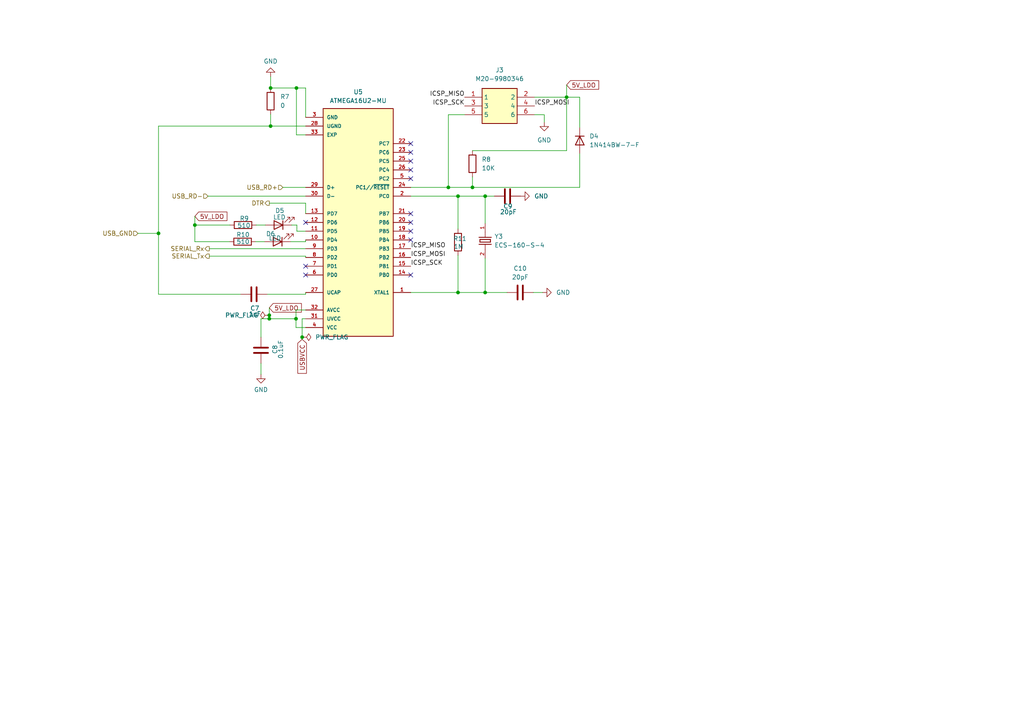
<source format=kicad_sch>
(kicad_sch (version 20230121) (generator eeschema)

  (uuid da3f5d7c-7d6c-4c4b-822a-9fe3eb67ab4b)

  (paper "A4")

  (lib_symbols
    (symbol "ATMEGA16U2-MU:ATMEGA16U2-MU" (pin_names (offset 1.016)) (in_bom yes) (on_board yes)
      (property "Reference" "U" (at -10.1697 34.0687 0)
        (effects (font (size 1.27 1.27)) (justify left bottom))
      )
      (property "Value" "ATMEGA16U2-MU" (at -10.1695 -36.6102 0)
        (effects (font (size 1.27 1.27)) (justify left bottom))
      )
      (property "Footprint" "ATMEGA16U2-MU:QFN50P500X500X100-33N" (at 0 0 0)
        (effects (font (size 1.27 1.27)) (justify bottom) hide)
      )
      (property "Datasheet" "" (at 0 0 0)
        (effects (font (size 1.27 1.27)) hide)
      )
      (property "DigiKey_Part_Number" "ATMEGA16U2-MU-ND" (at 0 0 0)
        (effects (font (size 1.27 1.27)) (justify bottom) hide)
      )
      (property "MF" "Microchip" (at 0 0 0)
        (effects (font (size 1.27 1.27)) (justify bottom) hide)
      )
      (property "Purchase-URL" "https://www.snapeda.com/api/url_track_click_mouser/?unipart_id=46716&manufacturer=Microchip&part_name=ATMEGA16U2-MU&search_term=atmega16u2-mu" (at 0 0 0)
        (effects (font (size 1.27 1.27)) (justify bottom) hide)
      )
      (property "Package" "VQFN-32 Atmel" (at 0 0 0)
        (effects (font (size 1.27 1.27)) (justify bottom) hide)
      )
      (property "Check_prices" "https://www.snapeda.com/parts/ATMEGA16U2-MU/Microchip/view-part/?ref=eda" (at 0 0 0)
        (effects (font (size 1.27 1.27)) (justify bottom) hide)
      )
      (property "SnapEDA_Link" "https://www.snapeda.com/parts/ATMEGA16U2-MU/Microchip/view-part/?ref=snap" (at 0 0 0)
        (effects (font (size 1.27 1.27)) (justify bottom) hide)
      )
      (property "MP" "ATMEGA16U2-MU" (at 0 0 0)
        (effects (font (size 1.27 1.27)) (justify bottom) hide)
      )
      (property "Description" "\nAVR AVR® ATmega Microcontroller IC 8-Bit 16MHz 16KB (8K x 16) FLASH 32-VQFN (5x5)\n" (at 0 0 0)
        (effects (font (size 1.27 1.27)) (justify bottom) hide)
      )
      (property "MANUFACTURER" "Atmel" (at 0 0 0)
        (effects (font (size 1.27 1.27)) (justify bottom) hide)
      )
      (symbol "ATMEGA16U2-MU_0_0"
        (rectangle (start -10.16 -33.02) (end 10.16 33.02)
          (stroke (width 0.254) (type default))
          (fill (type background))
        )
        (pin input line (at -15.24 20.32 0) (length 5.08)
          (name "XTAL1" (effects (font (size 1.016 1.016))))
          (number "1" (effects (font (size 1.016 1.016))))
        )
        (pin bidirectional line (at 15.24 5.08 180) (length 5.08)
          (name "PD4" (effects (font (size 1.016 1.016))))
          (number "10" (effects (font (size 1.016 1.016))))
        )
        (pin bidirectional line (at 15.24 2.54 180) (length 5.08)
          (name "PD5" (effects (font (size 1.016 1.016))))
          (number "11" (effects (font (size 1.016 1.016))))
        )
        (pin bidirectional line (at 15.24 0 180) (length 5.08)
          (name "PD6" (effects (font (size 1.016 1.016))))
          (number "12" (effects (font (size 1.016 1.016))))
        )
        (pin bidirectional line (at 15.24 -2.54 180) (length 5.08)
          (name "PD7" (effects (font (size 1.016 1.016))))
          (number "13" (effects (font (size 1.016 1.016))))
        )
        (pin bidirectional line (at -15.24 15.24 0) (length 5.08)
          (name "PB0" (effects (font (size 1.016 1.016))))
          (number "14" (effects (font (size 1.016 1.016))))
        )
        (pin bidirectional line (at -15.24 12.7 0) (length 5.08)
          (name "PB1" (effects (font (size 1.016 1.016))))
          (number "15" (effects (font (size 1.016 1.016))))
        )
        (pin bidirectional line (at -15.24 10.16 0) (length 5.08)
          (name "PB2" (effects (font (size 1.016 1.016))))
          (number "16" (effects (font (size 1.016 1.016))))
        )
        (pin bidirectional line (at -15.24 7.62 0) (length 5.08)
          (name "PB3" (effects (font (size 1.016 1.016))))
          (number "17" (effects (font (size 1.016 1.016))))
        )
        (pin bidirectional line (at -15.24 5.08 0) (length 5.08)
          (name "PB4" (effects (font (size 1.016 1.016))))
          (number "18" (effects (font (size 1.016 1.016))))
        )
        (pin bidirectional line (at -15.24 2.54 0) (length 5.08)
          (name "PB5" (effects (font (size 1.016 1.016))))
          (number "19" (effects (font (size 1.016 1.016))))
        )
        (pin bidirectional line (at -15.24 -7.62 0) (length 5.08)
          (name "PC0" (effects (font (size 1.016 1.016))))
          (number "2" (effects (font (size 1.016 1.016))))
        )
        (pin bidirectional line (at -15.24 0 0) (length 5.08)
          (name "PB6" (effects (font (size 1.016 1.016))))
          (number "20" (effects (font (size 1.016 1.016))))
        )
        (pin bidirectional line (at -15.24 -2.54 0) (length 5.08)
          (name "PB7" (effects (font (size 1.016 1.016))))
          (number "21" (effects (font (size 1.016 1.016))))
        )
        (pin bidirectional line (at -15.24 -22.86 0) (length 5.08)
          (name "PC7" (effects (font (size 1.016 1.016))))
          (number "22" (effects (font (size 1.016 1.016))))
        )
        (pin bidirectional line (at -15.24 -20.32 0) (length 5.08)
          (name "PC6" (effects (font (size 1.016 1.016))))
          (number "23" (effects (font (size 1.016 1.016))))
        )
        (pin bidirectional line (at -15.24 -10.16 0) (length 5.08)
          (name "PC1//~{RESET}" (effects (font (size 1.016 1.016))))
          (number "24" (effects (font (size 1.016 1.016))))
        )
        (pin bidirectional line (at -15.24 -17.78 0) (length 5.08)
          (name "PC5" (effects (font (size 1.016 1.016))))
          (number "25" (effects (font (size 1.016 1.016))))
        )
        (pin bidirectional line (at -15.24 -15.24 0) (length 5.08)
          (name "PC4" (effects (font (size 1.016 1.016))))
          (number "26" (effects (font (size 1.016 1.016))))
        )
        (pin output line (at 15.24 20.32 180) (length 5.08)
          (name "UCAP" (effects (font (size 1.016 1.016))))
          (number "27" (effects (font (size 1.016 1.016))))
        )
        (pin power_in line (at 15.24 -27.94 180) (length 5.08)
          (name "UGND" (effects (font (size 1.016 1.016))))
          (number "28" (effects (font (size 1.016 1.016))))
        )
        (pin bidirectional line (at 15.24 -10.16 180) (length 5.08)
          (name "D+" (effects (font (size 1.016 1.016))))
          (number "29" (effects (font (size 1.016 1.016))))
        )
        (pin power_in line (at 15.24 -30.48 180) (length 5.08)
          (name "GND" (effects (font (size 1.016 1.016))))
          (number "3" (effects (font (size 1.016 1.016))))
        )
        (pin bidirectional line (at 15.24 -7.62 180) (length 5.08)
          (name "D-" (effects (font (size 1.016 1.016))))
          (number "30" (effects (font (size 1.016 1.016))))
        )
        (pin power_in line (at 15.24 27.94 180) (length 5.08)
          (name "UVCC" (effects (font (size 1.016 1.016))))
          (number "31" (effects (font (size 1.016 1.016))))
        )
        (pin power_in line (at 15.24 25.4 180) (length 5.08)
          (name "AVCC" (effects (font (size 1.016 1.016))))
          (number "32" (effects (font (size 1.016 1.016))))
        )
        (pin power_in line (at 15.24 -25.4 180) (length 5.08)
          (name "EXP" (effects (font (size 1.016 1.016))))
          (number "33" (effects (font (size 1.016 1.016))))
        )
        (pin power_in line (at 15.24 30.48 180) (length 5.08)
          (name "VCC" (effects (font (size 1.016 1.016))))
          (number "4" (effects (font (size 1.016 1.016))))
        )
        (pin bidirectional line (at -15.24 -12.7 0) (length 5.08)
          (name "PC2" (effects (font (size 1.016 1.016))))
          (number "5" (effects (font (size 1.016 1.016))))
        )
        (pin bidirectional line (at 15.24 15.24 180) (length 5.08)
          (name "PD0" (effects (font (size 1.016 1.016))))
          (number "6" (effects (font (size 1.016 1.016))))
        )
        (pin bidirectional line (at 15.24 12.7 180) (length 5.08)
          (name "PD1" (effects (font (size 1.016 1.016))))
          (number "7" (effects (font (size 1.016 1.016))))
        )
        (pin bidirectional line (at 15.24 10.16 180) (length 5.08)
          (name "PD2" (effects (font (size 1.016 1.016))))
          (number "8" (effects (font (size 1.016 1.016))))
        )
        (pin bidirectional line (at 15.24 7.62 180) (length 5.08)
          (name "PD3" (effects (font (size 1.016 1.016))))
          (number "9" (effects (font (size 1.016 1.016))))
        )
      )
    )
    (symbol "Crystal ECS-160-S-4:ECS-160-S-4" (pin_names (offset 1.016)) (in_bom yes) (on_board yes)
      (property "Reference" "Y" (at -4.5769 2.2885 0)
        (effects (font (size 1.27 1.27)) (justify left bottom))
      )
      (property "Value" "ECS-160-S-4" (at -4.323 -4.5773 0)
        (effects (font (size 1.27 1.27)) (justify left bottom))
      )
      (property "Footprint" "ECS-160-S-4:XTAL_ECS-160-20-4X" (at 0 0 0)
        (effects (font (size 1.27 1.27)) (justify bottom) hide)
      )
      (property "Datasheet" "" (at 0 0 0)
        (effects (font (size 1.27 1.27)) hide)
      )
      (property "MANUFACTURER" "ECS Inc." (at 0 0 0)
        (effects (font (size 1.27 1.27)) (justify bottom) hide)
      )
      (symbol "ECS-160-S-4_0_0"
        (polyline
          (pts
            (xy -2.54 0)
            (xy -1.016 0)
          )
          (stroke (width 0.1524) (type default))
          (fill (type none))
        )
        (polyline
          (pts
            (xy -1.016 1.778)
            (xy -1.016 -1.778)
          )
          (stroke (width 0.254) (type default))
          (fill (type none))
        )
        (polyline
          (pts
            (xy -0.381 -1.524)
            (xy 0.381 -1.524)
          )
          (stroke (width 0.254) (type default))
          (fill (type none))
        )
        (polyline
          (pts
            (xy -0.381 1.524)
            (xy -0.381 -1.524)
          )
          (stroke (width 0.254) (type default))
          (fill (type none))
        )
        (polyline
          (pts
            (xy 0.381 -1.524)
            (xy 0.381 1.524)
          )
          (stroke (width 0.254) (type default))
          (fill (type none))
        )
        (polyline
          (pts
            (xy 0.381 1.524)
            (xy -0.381 1.524)
          )
          (stroke (width 0.254) (type default))
          (fill (type none))
        )
        (polyline
          (pts
            (xy 1.016 0)
            (xy 2.54 0)
          )
          (stroke (width 0.1524) (type default))
          (fill (type none))
        )
        (polyline
          (pts
            (xy 1.016 1.778)
            (xy 1.016 -1.778)
          )
          (stroke (width 0.254) (type default))
          (fill (type none))
        )
        (pin passive line (at -5.08 0 0) (length 2.54)
          (name "~" (effects (font (size 1.016 1.016))))
          (number "1" (effects (font (size 1.016 1.016))))
        )
        (pin passive line (at 5.08 0 180) (length 2.54)
          (name "~" (effects (font (size 1.016 1.016))))
          (number "2" (effects (font (size 1.016 1.016))))
        )
      )
    )
    (symbol "Device:C" (pin_numbers hide) (pin_names (offset 0.254)) (in_bom yes) (on_board yes)
      (property "Reference" "C" (at 0.635 2.54 0)
        (effects (font (size 1.27 1.27)) (justify left))
      )
      (property "Value" "C" (at 0.635 -2.54 0)
        (effects (font (size 1.27 1.27)) (justify left))
      )
      (property "Footprint" "" (at 0.9652 -3.81 0)
        (effects (font (size 1.27 1.27)) hide)
      )
      (property "Datasheet" "~" (at 0 0 0)
        (effects (font (size 1.27 1.27)) hide)
      )
      (property "ki_keywords" "cap capacitor" (at 0 0 0)
        (effects (font (size 1.27 1.27)) hide)
      )
      (property "ki_description" "Unpolarized capacitor" (at 0 0 0)
        (effects (font (size 1.27 1.27)) hide)
      )
      (property "ki_fp_filters" "C_*" (at 0 0 0)
        (effects (font (size 1.27 1.27)) hide)
      )
      (symbol "C_0_1"
        (polyline
          (pts
            (xy -2.032 -0.762)
            (xy 2.032 -0.762)
          )
          (stroke (width 0.508) (type default))
          (fill (type none))
        )
        (polyline
          (pts
            (xy -2.032 0.762)
            (xy 2.032 0.762)
          )
          (stroke (width 0.508) (type default))
          (fill (type none))
        )
      )
      (symbol "C_1_1"
        (pin passive line (at 0 3.81 270) (length 2.794)
          (name "~" (effects (font (size 1.27 1.27))))
          (number "1" (effects (font (size 1.27 1.27))))
        )
        (pin passive line (at 0 -3.81 90) (length 2.794)
          (name "~" (effects (font (size 1.27 1.27))))
          (number "2" (effects (font (size 1.27 1.27))))
        )
      )
    )
    (symbol "Device:D" (pin_numbers hide) (pin_names (offset 1.016) hide) (in_bom yes) (on_board yes)
      (property "Reference" "D" (at 0 2.54 0)
        (effects (font (size 1.27 1.27)))
      )
      (property "Value" "D" (at 0 -2.54 0)
        (effects (font (size 1.27 1.27)))
      )
      (property "Footprint" "" (at 0 0 0)
        (effects (font (size 1.27 1.27)) hide)
      )
      (property "Datasheet" "~" (at 0 0 0)
        (effects (font (size 1.27 1.27)) hide)
      )
      (property "Sim.Device" "D" (at 0 0 0)
        (effects (font (size 1.27 1.27)) hide)
      )
      (property "Sim.Pins" "1=K 2=A" (at 0 0 0)
        (effects (font (size 1.27 1.27)) hide)
      )
      (property "ki_keywords" "diode" (at 0 0 0)
        (effects (font (size 1.27 1.27)) hide)
      )
      (property "ki_description" "Diode" (at 0 0 0)
        (effects (font (size 1.27 1.27)) hide)
      )
      (property "ki_fp_filters" "TO-???* *_Diode_* *SingleDiode* D_*" (at 0 0 0)
        (effects (font (size 1.27 1.27)) hide)
      )
      (symbol "D_0_1"
        (polyline
          (pts
            (xy -1.27 1.27)
            (xy -1.27 -1.27)
          )
          (stroke (width 0.254) (type default))
          (fill (type none))
        )
        (polyline
          (pts
            (xy 1.27 0)
            (xy -1.27 0)
          )
          (stroke (width 0) (type default))
          (fill (type none))
        )
        (polyline
          (pts
            (xy 1.27 1.27)
            (xy 1.27 -1.27)
            (xy -1.27 0)
            (xy 1.27 1.27)
          )
          (stroke (width 0.254) (type default))
          (fill (type none))
        )
      )
      (symbol "D_1_1"
        (pin passive line (at -3.81 0 0) (length 2.54)
          (name "K" (effects (font (size 1.27 1.27))))
          (number "1" (effects (font (size 1.27 1.27))))
        )
        (pin passive line (at 3.81 0 180) (length 2.54)
          (name "A" (effects (font (size 1.27 1.27))))
          (number "2" (effects (font (size 1.27 1.27))))
        )
      )
    )
    (symbol "Device:LED" (pin_numbers hide) (pin_names (offset 1.016) hide) (in_bom yes) (on_board yes)
      (property "Reference" "D" (at 0 2.54 0)
        (effects (font (size 1.27 1.27)))
      )
      (property "Value" "LED" (at 0 -2.54 0)
        (effects (font (size 1.27 1.27)))
      )
      (property "Footprint" "" (at 0 0 0)
        (effects (font (size 1.27 1.27)) hide)
      )
      (property "Datasheet" "~" (at 0 0 0)
        (effects (font (size 1.27 1.27)) hide)
      )
      (property "ki_keywords" "LED diode" (at 0 0 0)
        (effects (font (size 1.27 1.27)) hide)
      )
      (property "ki_description" "Light emitting diode" (at 0 0 0)
        (effects (font (size 1.27 1.27)) hide)
      )
      (property "ki_fp_filters" "LED* LED_SMD:* LED_THT:*" (at 0 0 0)
        (effects (font (size 1.27 1.27)) hide)
      )
      (symbol "LED_0_1"
        (polyline
          (pts
            (xy -1.27 -1.27)
            (xy -1.27 1.27)
          )
          (stroke (width 0.254) (type default))
          (fill (type none))
        )
        (polyline
          (pts
            (xy -1.27 0)
            (xy 1.27 0)
          )
          (stroke (width 0) (type default))
          (fill (type none))
        )
        (polyline
          (pts
            (xy 1.27 -1.27)
            (xy 1.27 1.27)
            (xy -1.27 0)
            (xy 1.27 -1.27)
          )
          (stroke (width 0.254) (type default))
          (fill (type none))
        )
        (polyline
          (pts
            (xy -3.048 -0.762)
            (xy -4.572 -2.286)
            (xy -3.81 -2.286)
            (xy -4.572 -2.286)
            (xy -4.572 -1.524)
          )
          (stroke (width 0) (type default))
          (fill (type none))
        )
        (polyline
          (pts
            (xy -1.778 -0.762)
            (xy -3.302 -2.286)
            (xy -2.54 -2.286)
            (xy -3.302 -2.286)
            (xy -3.302 -1.524)
          )
          (stroke (width 0) (type default))
          (fill (type none))
        )
      )
      (symbol "LED_1_1"
        (pin passive line (at -3.81 0 0) (length 2.54)
          (name "K" (effects (font (size 1.27 1.27))))
          (number "1" (effects (font (size 1.27 1.27))))
        )
        (pin passive line (at 3.81 0 180) (length 2.54)
          (name "A" (effects (font (size 1.27 1.27))))
          (number "2" (effects (font (size 1.27 1.27))))
        )
      )
    )
    (symbol "Device:R" (pin_numbers hide) (pin_names (offset 0)) (in_bom yes) (on_board yes)
      (property "Reference" "R" (at 2.032 0 90)
        (effects (font (size 1.27 1.27)))
      )
      (property "Value" "R" (at 0 0 90)
        (effects (font (size 1.27 1.27)))
      )
      (property "Footprint" "" (at -1.778 0 90)
        (effects (font (size 1.27 1.27)) hide)
      )
      (property "Datasheet" "~" (at 0 0 0)
        (effects (font (size 1.27 1.27)) hide)
      )
      (property "ki_keywords" "R res resistor" (at 0 0 0)
        (effects (font (size 1.27 1.27)) hide)
      )
      (property "ki_description" "Resistor" (at 0 0 0)
        (effects (font (size 1.27 1.27)) hide)
      )
      (property "ki_fp_filters" "R_*" (at 0 0 0)
        (effects (font (size 1.27 1.27)) hide)
      )
      (symbol "R_0_1"
        (rectangle (start -1.016 -2.54) (end 1.016 2.54)
          (stroke (width 0.254) (type default))
          (fill (type none))
        )
      )
      (symbol "R_1_1"
        (pin passive line (at 0 3.81 270) (length 1.27)
          (name "~" (effects (font (size 1.27 1.27))))
          (number "1" (effects (font (size 1.27 1.27))))
        )
        (pin passive line (at 0 -3.81 90) (length 1.27)
          (name "~" (effects (font (size 1.27 1.27))))
          (number "2" (effects (font (size 1.27 1.27))))
        )
      )
    )
    (symbol "M20-9980346:M20-9980346" (in_bom yes) (on_board yes)
      (property "Reference" "J" (at 16.51 7.62 0)
        (effects (font (size 1.27 1.27)) (justify left top))
      )
      (property "Value" "M20-9980346" (at 16.51 5.08 0)
        (effects (font (size 1.27 1.27)) (justify left top))
      )
      (property "Footprint" "HDRV6W64P254_2X3_762X508X868P" (at 16.51 -94.92 0)
        (effects (font (size 1.27 1.27)) (justify left top) hide)
      )
      (property "Datasheet" "https://cdn.harwin.com/pdfs/M20-998.pdf" (at 16.51 -194.92 0)
        (effects (font (size 1.27 1.27)) (justify left top) hide)
      )
      (property "Height" "8.68" (at 16.51 -394.92 0)
        (effects (font (size 1.27 1.27)) (justify left top) hide)
      )
      (property "element14 Part Number" "" (at 16.51 -494.92 0)
        (effects (font (size 1.27 1.27)) (justify left top) hide)
      )
      (property "element14 Price/Stock" "" (at 16.51 -594.92 0)
        (effects (font (size 1.27 1.27)) (justify left top) hide)
      )
      (property "Manufacturer_Name" "Harwin" (at 16.51 -694.92 0)
        (effects (font (size 1.27 1.27)) (justify left top) hide)
      )
      (property "Manufacturer_Part_Number" "M20-9980346" (at 16.51 -794.92 0)
        (effects (font (size 1.27 1.27)) (justify left top) hide)
      )
      (property "ki_description" "03+03 DIL Vertical Pin Header HARWIN M20 Series, 2.54mm Pitch 6 Way 2 Row Straight PCB Header, Solder Termination, 3A" (at 0 0 0)
        (effects (font (size 1.27 1.27)) hide)
      )
      (symbol "M20-9980346_1_1"
        (rectangle (start 5.08 2.54) (end 15.24 -7.62)
          (stroke (width 0.254) (type default))
          (fill (type background))
        )
        (pin passive line (at 0 0 0) (length 5.08)
          (name "1" (effects (font (size 1.27 1.27))))
          (number "1" (effects (font (size 1.27 1.27))))
        )
        (pin passive line (at 20.32 0 180) (length 5.08)
          (name "2" (effects (font (size 1.27 1.27))))
          (number "2" (effects (font (size 1.27 1.27))))
        )
        (pin passive line (at 0 -2.54 0) (length 5.08)
          (name "3" (effects (font (size 1.27 1.27))))
          (number "3" (effects (font (size 1.27 1.27))))
        )
        (pin passive line (at 20.32 -2.54 180) (length 5.08)
          (name "4" (effects (font (size 1.27 1.27))))
          (number "4" (effects (font (size 1.27 1.27))))
        )
        (pin passive line (at 0 -5.08 0) (length 5.08)
          (name "5" (effects (font (size 1.27 1.27))))
          (number "5" (effects (font (size 1.27 1.27))))
        )
        (pin passive line (at 20.32 -5.08 180) (length 5.08)
          (name "6" (effects (font (size 1.27 1.27))))
          (number "6" (effects (font (size 1.27 1.27))))
        )
      )
    )
    (symbol "power:GND" (power) (pin_names (offset 0)) (in_bom yes) (on_board yes)
      (property "Reference" "#PWR" (at 0 -6.35 0)
        (effects (font (size 1.27 1.27)) hide)
      )
      (property "Value" "GND" (at 0 -3.81 0)
        (effects (font (size 1.27 1.27)))
      )
      (property "Footprint" "" (at 0 0 0)
        (effects (font (size 1.27 1.27)) hide)
      )
      (property "Datasheet" "" (at 0 0 0)
        (effects (font (size 1.27 1.27)) hide)
      )
      (property "ki_keywords" "global power" (at 0 0 0)
        (effects (font (size 1.27 1.27)) hide)
      )
      (property "ki_description" "Power symbol creates a global label with name \"GND\" , ground" (at 0 0 0)
        (effects (font (size 1.27 1.27)) hide)
      )
      (symbol "GND_0_1"
        (polyline
          (pts
            (xy 0 0)
            (xy 0 -1.27)
            (xy 1.27 -1.27)
            (xy 0 -2.54)
            (xy -1.27 -1.27)
            (xy 0 -1.27)
          )
          (stroke (width 0) (type default))
          (fill (type none))
        )
      )
      (symbol "GND_1_1"
        (pin power_in line (at 0 0 270) (length 0) hide
          (name "GND" (effects (font (size 1.27 1.27))))
          (number "1" (effects (font (size 1.27 1.27))))
        )
      )
    )
    (symbol "power:PWR_FLAG" (power) (pin_numbers hide) (pin_names (offset 0) hide) (in_bom yes) (on_board yes)
      (property "Reference" "#FLG" (at 0 1.905 0)
        (effects (font (size 1.27 1.27)) hide)
      )
      (property "Value" "PWR_FLAG" (at 0 3.81 0)
        (effects (font (size 1.27 1.27)))
      )
      (property "Footprint" "" (at 0 0 0)
        (effects (font (size 1.27 1.27)) hide)
      )
      (property "Datasheet" "~" (at 0 0 0)
        (effects (font (size 1.27 1.27)) hide)
      )
      (property "ki_keywords" "flag power" (at 0 0 0)
        (effects (font (size 1.27 1.27)) hide)
      )
      (property "ki_description" "Special symbol for telling ERC where power comes from" (at 0 0 0)
        (effects (font (size 1.27 1.27)) hide)
      )
      (symbol "PWR_FLAG_0_0"
        (pin power_out line (at 0 0 90) (length 0)
          (name "pwr" (effects (font (size 1.27 1.27))))
          (number "1" (effects (font (size 1.27 1.27))))
        )
      )
      (symbol "PWR_FLAG_0_1"
        (polyline
          (pts
            (xy 0 0)
            (xy 0 1.27)
            (xy -1.016 1.905)
            (xy 0 2.54)
            (xy 1.016 1.905)
            (xy 0 1.27)
          )
          (stroke (width 0) (type default))
          (fill (type none))
        )
      )
    )
  )

  (junction (at 132.842 56.896) (diameter 0) (color 0 0 0 0)
    (uuid 04c717dd-4297-4310-96ec-75708d792219)
  )
  (junction (at 85.979 25.527) (diameter 0) (color 0 0 0 0)
    (uuid 23687dba-4f6e-4164-b5c1-043a7b3a80e2)
  )
  (junction (at 132.842 84.836) (diameter 0) (color 0 0 0 0)
    (uuid 3b999fa4-f15b-4e49-bde0-cd23aa66152d)
  )
  (junction (at 137.033 54.356) (diameter 0) (color 0 0 0 0)
    (uuid 44415598-8b01-4e7f-b004-ef35ac679e68)
  )
  (junction (at 87.63 97.79) (diameter 0) (color 0 0 0 0)
    (uuid 5e10700d-7d31-4a28-9304-035cf77e747e)
  )
  (junction (at 78.105 91.44) (diameter 0) (color 0 0 0 0)
    (uuid 68b9f0bc-beeb-4f8c-858d-7846e5b523c7)
  )
  (junction (at 78.486 25.527) (diameter 0) (color 0 0 0 0)
    (uuid 6b95aa92-4bc1-453a-988a-90eea2d00105)
  )
  (junction (at 130.048 54.356) (diameter 0) (color 0 0 0 0)
    (uuid 78250537-2ff0-471c-9794-de93de7cb672)
  )
  (junction (at 85.852 92.456) (diameter 0) (color 0 0 0 0)
    (uuid 7dbda8fe-d59e-4709-9b80-9ccf2555c4dc)
  )
  (junction (at 164.338 28.194) (diameter 0) (color 0 0 0 0)
    (uuid 87ca0f0a-6d5f-4e3b-9f62-10b3ae4f1eba)
  )
  (junction (at 78.105 92.456) (diameter 0) (color 0 0 0 0)
    (uuid 9b99c791-13f9-4ce4-a608-18eaf1577d87)
  )
  (junction (at 56.515 65.278) (diameter 0) (color 0 0 0 0)
    (uuid bb06e350-9ca6-4b89-9a77-e4a013a4ce1d)
  )
  (junction (at 45.974 67.691) (diameter 0) (color 0 0 0 0)
    (uuid ccb50b86-a92e-4af0-b9aa-0226ee3d2a0a)
  )
  (junction (at 140.716 84.836) (diameter 0) (color 0 0 0 0)
    (uuid d84e8468-d559-44db-923b-aa56e7f1e57c)
  )
  (junction (at 140.716 56.896) (diameter 0) (color 0 0 0 0)
    (uuid fa699ccd-d53a-4cae-bb55-30925ca0eabd)
  )
  (junction (at 78.486 36.576) (diameter 0) (color 0 0 0 0)
    (uuid ffebd3bc-5288-4bf5-9a5d-5a67c12b5328)
  )

  (no_connect (at 119.126 69.596) (uuid 26af9d72-b708-4b5b-937e-ffbd8edb4508))
  (no_connect (at 119.126 41.656) (uuid 2c79c623-c6a4-4230-b9fd-786adfb64a25))
  (no_connect (at 119.126 44.196) (uuid 50d05b51-f50e-4e36-94b8-e7772c9b8d7b))
  (no_connect (at 119.126 64.516) (uuid 558d7f46-74a5-42a6-80d9-9eb40724f76f))
  (no_connect (at 119.126 61.976) (uuid 5f8d235c-053c-4ba4-97fb-a40512c329d5))
  (no_connect (at 88.646 79.756) (uuid 6336a0c0-77c5-47a2-a216-605301838e4a))
  (no_connect (at 119.126 51.816) (uuid 698e96dd-03c5-43e8-b797-f29cae856c1c))
  (no_connect (at 119.126 49.276) (uuid 863007ac-82e7-4d2f-a419-bb59b440d5f0))
  (no_connect (at 119.126 79.756) (uuid aa820511-da9b-466d-a9a4-a0fa2b8b8152))
  (no_connect (at 119.126 67.056) (uuid b61611b1-0548-4812-b7e8-b34bd0444a7f))
  (no_connect (at 88.646 64.516) (uuid c8a15840-12d8-4227-b84c-4b6818cf8910))
  (no_connect (at 119.126 46.736) (uuid ce207564-0136-4ab3-a4db-b7ac76b8364e))
  (no_connect (at 88.646 77.216) (uuid f2a6c8e3-a26a-4de8-8c87-23d1a075facf))

  (wire (pts (xy 82.042 54.356) (xy 88.646 54.356))
    (stroke (width 0) (type default))
    (uuid 01f1d246-89b5-4d62-8840-b42c2955112e)
  )
  (wire (pts (xy 84.582 65.278) (xy 86.106 65.278))
    (stroke (width 0) (type default))
    (uuid 02f58b41-6322-4da5-98b0-b0a27ff71531)
  )
  (wire (pts (xy 78.486 33.147) (xy 78.486 36.576))
    (stroke (width 0) (type default))
    (uuid 0479bddd-a594-4acb-910b-c0d28fc0badb)
  )
  (wire (pts (xy 164.338 43.688) (xy 137.033 43.688))
    (stroke (width 0) (type default))
    (uuid 04a105ab-674b-475b-918f-4f19cc4a86e0)
  )
  (wire (pts (xy 78.486 25.527) (xy 85.979 25.527))
    (stroke (width 0) (type default))
    (uuid 05bf5d67-cf49-4d56-9097-265b1def42f1)
  )
  (wire (pts (xy 140.716 56.896) (xy 143.383 56.896))
    (stroke (width 0) (type default))
    (uuid 09330b8d-0501-4370-9f90-a1e942a6e3d4)
  )
  (wire (pts (xy 56.515 65.278) (xy 66.675 65.278))
    (stroke (width 0) (type default))
    (uuid 116c837d-711f-46b6-af76-320dc75d7a4c)
  )
  (wire (pts (xy 132.842 56.896) (xy 132.842 66.421))
    (stroke (width 0) (type default))
    (uuid 154c370a-a7c4-4ccc-8f00-edc04608e193)
  )
  (wire (pts (xy 45.974 67.691) (xy 45.974 85.344))
    (stroke (width 0) (type default))
    (uuid 1bc6045e-2414-473b-853d-9e1f888085a6)
  )
  (wire (pts (xy 56.515 62.738) (xy 56.515 65.278))
    (stroke (width 0) (type default))
    (uuid 1f7af3b8-6adb-4aef-8e04-2e6df466adab)
  )
  (wire (pts (xy 88.646 58.928) (xy 88.646 61.976))
    (stroke (width 0) (type default))
    (uuid 246b41ec-afdf-4d44-8885-2b11878aa859)
  )
  (wire (pts (xy 134.747 33.274) (xy 130.048 33.274))
    (stroke (width 0) (type default))
    (uuid 2745d610-f4f3-4d27-8939-b17528ac5f0a)
  )
  (wire (pts (xy 155.067 28.194) (xy 164.338 28.194))
    (stroke (width 0) (type default))
    (uuid 2fe5b693-6100-4df6-ae7b-a4b30d3a2d25)
  )
  (wire (pts (xy 140.716 56.896) (xy 140.716 64.77))
    (stroke (width 0) (type default))
    (uuid 3040ab40-851b-48cc-959a-be29bb69b020)
  )
  (wire (pts (xy 168.148 28.194) (xy 168.148 36.957))
    (stroke (width 0) (type default))
    (uuid 322cb3b3-c20b-48bd-af2b-99e99f4a19d3)
  )
  (wire (pts (xy 56.515 70.104) (xy 66.548 70.104))
    (stroke (width 0) (type default))
    (uuid 3a08d742-23af-45d3-8f0a-1cf94bfe0a46)
  )
  (wire (pts (xy 140.716 74.93) (xy 140.716 84.836))
    (stroke (width 0) (type default))
    (uuid 3b6d2889-be67-47b2-bd32-a0f9bc1c0f7f)
  )
  (wire (pts (xy 85.979 25.527) (xy 88.646 25.527))
    (stroke (width 0) (type default))
    (uuid 3f482f96-0084-4294-925c-0bfc71e7674f)
  )
  (wire (pts (xy 137.033 51.308) (xy 137.033 54.356))
    (stroke (width 0) (type default))
    (uuid 4049d422-c0fd-4d4d-bd21-e7ab98449400)
  )
  (wire (pts (xy 88.646 25.527) (xy 88.646 34.036))
    (stroke (width 0) (type default))
    (uuid 447b5f37-770c-4f45-a43b-bdcd40942aad)
  )
  (wire (pts (xy 87.63 97.79) (xy 87.63 98.425))
    (stroke (width 0) (type default))
    (uuid 469d41e3-bf0c-4249-bbfe-10ef5af140f6)
  )
  (wire (pts (xy 40.005 67.691) (xy 45.974 67.691))
    (stroke (width 0) (type default))
    (uuid 47f2418c-0785-4447-b636-27a363bdd530)
  )
  (wire (pts (xy 78.105 91.44) (xy 78.105 92.456))
    (stroke (width 0) (type default))
    (uuid 4931fa40-0d69-4d50-b8aa-2944dc137f7d)
  )
  (wire (pts (xy 78.486 36.576) (xy 88.646 36.576))
    (stroke (width 0) (type default))
    (uuid 4e6e698b-1c3e-4fd7-897f-38a89ed887b1)
  )
  (wire (pts (xy 78.105 58.928) (xy 88.646 58.928))
    (stroke (width 0) (type default))
    (uuid 4e6fd8fd-9948-43e0-9717-a083cc0004f2)
  )
  (wire (pts (xy 132.842 74.041) (xy 132.842 84.836))
    (stroke (width 0) (type default))
    (uuid 58df54c9-2cf1-4564-8903-0873f637b0db)
  )
  (wire (pts (xy 85.852 94.996) (xy 88.646 94.996))
    (stroke (width 0) (type default))
    (uuid 5af8a813-5a2e-4f2e-b703-73d10e7ad111)
  )
  (wire (pts (xy 164.338 24.638) (xy 164.338 28.194))
    (stroke (width 0) (type default))
    (uuid 5bf23429-9339-4798-8f29-b1336c3d015d)
  )
  (wire (pts (xy 164.338 28.194) (xy 168.148 28.194))
    (stroke (width 0) (type default))
    (uuid 62291245-8d94-4a53-b1e7-86496ce41b2f)
  )
  (wire (pts (xy 88.646 72.136) (xy 60.706 72.136))
    (stroke (width 0) (type default))
    (uuid 66267d24-2369-45e2-92e8-60ae84717110)
  )
  (wire (pts (xy 78.486 22.225) (xy 78.486 25.527))
    (stroke (width 0) (type default))
    (uuid 66fc2fc5-3f20-4f22-960c-9f502bec39f0)
  )
  (wire (pts (xy 86.106 65.278) (xy 86.106 67.056))
    (stroke (width 0) (type default))
    (uuid 6925f678-99bc-4501-a538-319dbd0a6c72)
  )
  (wire (pts (xy 78.105 92.456) (xy 85.852 92.456))
    (stroke (width 0) (type default))
    (uuid 6aec238b-c4f2-4a04-adb0-6b448d071c26)
  )
  (wire (pts (xy 85.979 25.527) (xy 85.979 39.116))
    (stroke (width 0) (type default))
    (uuid 71144bb9-1eee-4f46-82b4-1e013fd82a61)
  )
  (wire (pts (xy 78.105 89.281) (xy 78.105 91.44))
    (stroke (width 0) (type default))
    (uuid 71d276f3-3537-4512-a2b8-c5c50c25ec15)
  )
  (wire (pts (xy 140.716 84.836) (xy 147.066 84.836))
    (stroke (width 0) (type default))
    (uuid 749dea86-f2db-435c-93c6-d5be07e77c51)
  )
  (wire (pts (xy 130.048 33.274) (xy 130.048 54.356))
    (stroke (width 0) (type default))
    (uuid 7650feb4-a81e-473f-acdf-2639630b74f5)
  )
  (wire (pts (xy 88.646 85.344) (xy 88.646 84.836))
    (stroke (width 0) (type default))
    (uuid 78df2b0b-f612-4aa2-8c3e-73abad086dfe)
  )
  (wire (pts (xy 119.126 84.836) (xy 132.842 84.836))
    (stroke (width 0) (type default))
    (uuid 7cee6879-b338-4fea-9562-1168bb8840a1)
  )
  (wire (pts (xy 168.148 54.356) (xy 137.033 54.356))
    (stroke (width 0) (type default))
    (uuid 7e016dcb-6ddd-42d8-b1e8-6352860476db)
  )
  (wire (pts (xy 84.328 70.104) (xy 88.646 70.104))
    (stroke (width 0) (type default))
    (uuid 7f91c50e-0f76-4538-90ff-14d49a6c4348)
  )
  (wire (pts (xy 119.126 56.896) (xy 132.842 56.896))
    (stroke (width 0) (type default))
    (uuid 827ad397-8aad-4e6c-ac1c-682d31399d95)
  )
  (wire (pts (xy 88.646 74.295) (xy 88.646 74.676))
    (stroke (width 0) (type default))
    (uuid 8ce4c1f7-241c-48fa-9a00-4db85608da1e)
  )
  (wire (pts (xy 85.852 92.456) (xy 85.852 89.916))
    (stroke (width 0) (type default))
    (uuid 8d5fd7a9-2667-40d0-8ac2-c647d94dd24d)
  )
  (wire (pts (xy 86.106 67.056) (xy 88.646 67.056))
    (stroke (width 0) (type default))
    (uuid 8f4f1bdb-d2bf-4be7-a263-c07f7f616a1f)
  )
  (wire (pts (xy 132.842 84.836) (xy 140.716 84.836))
    (stroke (width 0) (type default))
    (uuid a220cce0-bc09-4530-bb53-37bf3c92a91b)
  )
  (wire (pts (xy 85.852 89.916) (xy 88.646 89.916))
    (stroke (width 0) (type default))
    (uuid ac68191d-327c-4201-8da5-cf8a41335389)
  )
  (wire (pts (xy 77.47 85.344) (xy 88.646 85.344))
    (stroke (width 0) (type default))
    (uuid acbc270f-b1d3-447f-ad3a-f84271cba382)
  )
  (wire (pts (xy 60.706 74.295) (xy 88.646 74.295))
    (stroke (width 0) (type default))
    (uuid b2979cdf-9fa9-451e-aaeb-81f6d3e1f96f)
  )
  (wire (pts (xy 45.974 85.344) (xy 69.85 85.344))
    (stroke (width 0) (type default))
    (uuid b496c1d6-e6b5-4de9-8a71-b31639362291)
  )
  (wire (pts (xy 74.295 65.278) (xy 76.962 65.278))
    (stroke (width 0) (type default))
    (uuid b6e44172-f857-4c34-8637-9d5e04a8fdb1)
  )
  (wire (pts (xy 137.033 54.356) (xy 130.048 54.356))
    (stroke (width 0) (type default))
    (uuid bdba6bb5-ddc5-48ff-8ba0-635a12941874)
  )
  (wire (pts (xy 87.63 92.456) (xy 87.63 97.79))
    (stroke (width 0) (type default))
    (uuid bea271f2-422d-4f8e-b613-2686c9139104)
  )
  (wire (pts (xy 168.148 44.577) (xy 168.148 54.356))
    (stroke (width 0) (type default))
    (uuid c9a1246d-e61f-44ee-9dd6-fc0538393304)
  )
  (wire (pts (xy 132.842 56.896) (xy 140.716 56.896))
    (stroke (width 0) (type default))
    (uuid ca0965a3-2349-4911-94df-02753f8d4383)
  )
  (wire (pts (xy 130.048 54.356) (xy 119.126 54.356))
    (stroke (width 0) (type default))
    (uuid ca49d5a9-46f2-41b3-8d67-75e8df842e95)
  )
  (wire (pts (xy 85.852 92.456) (xy 85.852 94.996))
    (stroke (width 0) (type default))
    (uuid cf841279-5a04-49a9-872d-9223bc378c7a)
  )
  (wire (pts (xy 45.974 36.576) (xy 45.974 67.691))
    (stroke (width 0) (type default))
    (uuid cfef9ef6-8679-48a7-98d2-aa51cacad51b)
  )
  (wire (pts (xy 164.338 28.194) (xy 164.338 43.688))
    (stroke (width 0) (type default))
    (uuid d67e714a-8660-4f55-82c3-1c91242646ad)
  )
  (wire (pts (xy 157.861 33.274) (xy 157.861 35.433))
    (stroke (width 0) (type default))
    (uuid d723bad4-5c38-4b8d-aae8-ce5cc4b43af8)
  )
  (wire (pts (xy 154.686 84.836) (xy 157.353 84.836))
    (stroke (width 0) (type default))
    (uuid d889c6b2-ed7c-49ba-843b-9837a74ed8a2)
  )
  (wire (pts (xy 60.325 56.896) (xy 88.646 56.896))
    (stroke (width 0) (type default))
    (uuid d9514671-4cbe-49f4-9b3d-9948b5ce9e44)
  )
  (wire (pts (xy 75.692 92.456) (xy 78.105 92.456))
    (stroke (width 0) (type default))
    (uuid dac68a4b-6e59-4db8-8f42-8ab127aa42f0)
  )
  (wire (pts (xy 88.646 92.456) (xy 87.63 92.456))
    (stroke (width 0) (type default))
    (uuid deb44fd3-b0c9-49c7-bac2-73ddebc96b93)
  )
  (wire (pts (xy 75.692 97.79) (xy 75.692 92.456))
    (stroke (width 0) (type default))
    (uuid e364fcca-c260-43ab-ae22-69d714be294a)
  )
  (wire (pts (xy 56.515 65.278) (xy 56.515 70.104))
    (stroke (width 0) (type default))
    (uuid ea198451-0fdc-48e9-a902-082056f5a9d2)
  )
  (wire (pts (xy 74.168 70.104) (xy 76.708 70.104))
    (stroke (width 0) (type default))
    (uuid ea41bc96-fda1-40d2-b4cd-f92f040927ac)
  )
  (wire (pts (xy 88.646 39.116) (xy 85.979 39.116))
    (stroke (width 0) (type default))
    (uuid ec240a39-acac-47cf-9274-77a452cb5714)
  )
  (wire (pts (xy 75.692 105.41) (xy 75.692 108.585))
    (stroke (width 0) (type default))
    (uuid f17f9b8f-1c92-4919-9e91-3b902c251d45)
  )
  (wire (pts (xy 88.646 70.104) (xy 88.646 69.596))
    (stroke (width 0) (type default))
    (uuid f4cf9c00-f089-4f55-b03b-5d722377e69f)
  )
  (wire (pts (xy 45.974 36.576) (xy 78.486 36.576))
    (stroke (width 0) (type default))
    (uuid fbb19161-f44a-4183-aacc-343edfb873e2)
  )
  (wire (pts (xy 155.067 33.274) (xy 157.861 33.274))
    (stroke (width 0) (type default))
    (uuid fc76dcc8-232e-47fc-ac27-d7dd9f1c6d60)
  )

  (label "ICSP_MISO" (at 119.126 72.136 0) (fields_autoplaced)
    (effects (font (size 1.27 1.27)) (justify left bottom))
    (uuid 174940b1-5ee2-44aa-a329-1f08493bdfa4)
  )
  (label "ICSP_MISO" (at 134.747 28.194 180) (fields_autoplaced)
    (effects (font (size 1.27 1.27)) (justify right bottom))
    (uuid 40d61079-478e-4102-9333-f7733499c74f)
  )
  (label "ICSP_SCK" (at 134.747 30.734 180) (fields_autoplaced)
    (effects (font (size 1.27 1.27)) (justify right bottom))
    (uuid 523f99a5-3f48-4878-88a5-d2e4fef1b8e1)
  )
  (label "ICSP_MOSI" (at 155.067 30.734 0) (fields_autoplaced)
    (effects (font (size 1.27 1.27)) (justify left bottom))
    (uuid 8589ad51-275a-42c5-9d86-8e4e7916e28f)
  )
  (label "ICSP_SCK" (at 119.126 77.216 0) (fields_autoplaced)
    (effects (font (size 1.27 1.27)) (justify left bottom))
    (uuid a3ecd7f5-69de-49ea-92fa-dfb709f3f621)
  )
  (label "ICSP_MOSI" (at 119.126 74.676 0) (fields_autoplaced)
    (effects (font (size 1.27 1.27)) (justify left bottom))
    (uuid e24c3d69-69f1-4532-8d80-f3842b485e01)
  )

  (global_label "USBVCC" (shape input) (at 87.63 98.425 270) (fields_autoplaced)
    (effects (font (size 1.27 1.27)) (justify right))
    (uuid 7043586c-43c0-426b-baa3-292f5160b166)
    (property "Intersheetrefs" "${INTERSHEET_REFS}" (at 87.63 108.8488 90)
      (effects (font (size 1.27 1.27)) (justify right) hide)
    )
  )
  (global_label "5V_LDO" (shape input) (at 164.338 24.638 0) (fields_autoplaced)
    (effects (font (size 1.27 1.27)) (justify left))
    (uuid 77a77ca1-bbcd-4913-b396-b532c2c8045d)
    (property "Intersheetrefs" "${INTERSHEET_REFS}" (at 174.2175 24.638 0)
      (effects (font (size 1.27 1.27)) (justify left) hide)
    )
  )
  (global_label "5V_LDO" (shape input) (at 56.515 62.738 0) (fields_autoplaced)
    (effects (font (size 1.27 1.27)) (justify left))
    (uuid 92ed8f63-7262-49a5-83aa-e4f248c25805)
    (property "Intersheetrefs" "${INTERSHEET_REFS}" (at 66.3945 62.738 0)
      (effects (font (size 1.27 1.27)) (justify left) hide)
    )
  )
  (global_label "5V_LDO" (shape input) (at 78.105 89.281 0) (fields_autoplaced)
    (effects (font (size 1.27 1.27)) (justify left))
    (uuid f0e6eb03-833d-4edd-b5e1-08845dd65fd7)
    (property "Intersheetrefs" "${INTERSHEET_REFS}" (at 87.9845 89.281 0)
      (effects (font (size 1.27 1.27)) (justify left) hide)
    )
  )

  (hierarchical_label "USB_GND" (shape input) (at 40.005 67.691 180) (fields_autoplaced)
    (effects (font (size 1.27 1.27)) (justify right))
    (uuid 06b4f050-b4d2-4ee0-a193-86386498966c)
  )
  (hierarchical_label "DTR" (shape output) (at 78.105 58.928 180) (fields_autoplaced)
    (effects (font (size 1.27 1.27)) (justify right))
    (uuid 29fb4d8e-36e3-4832-89d3-37586e68a608)
  )
  (hierarchical_label "USB_RD+" (shape input) (at 82.042 54.356 180) (fields_autoplaced)
    (effects (font (size 1.27 1.27)) (justify right))
    (uuid 510c55c7-9abb-437c-baa1-91ee7a90e848)
  )
  (hierarchical_label "USB_RD-" (shape input) (at 60.325 56.896 180) (fields_autoplaced)
    (effects (font (size 1.27 1.27)) (justify right))
    (uuid 813c0269-fd06-4f21-9c3b-2011ddf075bc)
  )
  (hierarchical_label "SERIAL_Tx" (shape output) (at 60.706 74.295 180) (fields_autoplaced)
    (effects (font (size 1.27 1.27)) (justify right))
    (uuid b0490a40-aabf-431a-b52e-ebd4e93a2088)
  )
  (hierarchical_label "SERIAL_Rx" (shape output) (at 60.706 72.136 180) (fields_autoplaced)
    (effects (font (size 1.27 1.27)) (justify right))
    (uuid b3bde160-f607-48e6-8a1c-8752cfdc254a)
  )

  (symbol (lib_id "Device:C") (at 73.66 85.344 90) (unit 1)
    (in_bom yes) (on_board yes) (dnp no)
    (uuid 02b63b62-b293-4199-ad75-b8a2e15bc464)
    (property "Reference" "C7" (at 73.914 89.408 90)
      (effects (font (size 1.27 1.27)))
    )
    (property "Value" "1uF" (at 73.914 91.059 90)
      (effects (font (size 1.27 1.27)))
    )
    (property "Footprint" "SparkFun-Capacitor:C_0805_2012Metric" (at 77.47 84.3788 0)
      (effects (font (size 1.27 1.27)) hide)
    )
    (property "Datasheet" "~" (at 73.66 85.344 0)
      (effects (font (size 1.27 1.27)) hide)
    )
    (property "Purpose" "" (at 73.66 85.344 0)
      (effects (font (size 1.27 1.27)) hide)
    )
    (pin "1" (uuid 11b20043-3af8-407b-9fe8-0533b9144ca5))
    (pin "2" (uuid 2f5383bf-b4c6-4314-af7b-57825a133ae5))
    (instances
      (project "Arduino Uno R3"
        (path "/2d2c4b66-3402-4513-a62c-f974078726d5/9d14259b-fc03-483a-ac57-cd2c9f72f2bf"
          (reference "C7") (unit 1)
        )
      )
    )
  )

  (symbol (lib_id "power:GND") (at 157.861 35.433 0) (unit 1)
    (in_bom yes) (on_board yes) (dnp no) (fields_autoplaced)
    (uuid 0cc0212c-0328-4bfb-bf58-21d87fd762b5)
    (property "Reference" "#PWR017" (at 157.861 41.783 0)
      (effects (font (size 1.27 1.27)) hide)
    )
    (property "Value" "GND" (at 157.861 40.64 0)
      (effects (font (size 1.27 1.27)))
    )
    (property "Footprint" "" (at 157.861 35.433 0)
      (effects (font (size 1.27 1.27)) hide)
    )
    (property "Datasheet" "" (at 157.861 35.433 0)
      (effects (font (size 1.27 1.27)) hide)
    )
    (pin "1" (uuid 9cd12c30-409b-47c2-bbb5-fccc605d7928))
    (instances
      (project "Arduino Uno R3"
        (path "/2d2c4b66-3402-4513-a62c-f974078726d5/9d14259b-fc03-483a-ac57-cd2c9f72f2bf"
          (reference "#PWR017") (unit 1)
        )
      )
    )
  )

  (symbol (lib_id "M20-9980346:M20-9980346") (at 134.747 28.194 0) (unit 1)
    (in_bom yes) (on_board yes) (dnp no) (fields_autoplaced)
    (uuid 0ce3c7ac-4a61-4ec6-97ed-b15c5be58956)
    (property "Reference" "J3" (at 144.907 20.32 0)
      (effects (font (size 1.27 1.27)))
    )
    (property "Value" "M20-9980346" (at 144.907 22.86 0)
      (effects (font (size 1.27 1.27)))
    )
    (property "Footprint" "Connector_PinHeader_2.54mm:PinHeader_2x03_P2.54mm_Vertical" (at 151.257 123.114 0)
      (effects (font (size 1.27 1.27)) (justify left top) hide)
    )
    (property "Datasheet" "https://cdn.harwin.com/pdfs/M20-998.pdf" (at 151.257 223.114 0)
      (effects (font (size 1.27 1.27)) (justify left top) hide)
    )
    (property "Height" "8.68" (at 151.257 423.114 0)
      (effects (font (size 1.27 1.27)) (justify left top) hide)
    )
    (property "element14 Part Number" "" (at 151.257 523.114 0)
      (effects (font (size 1.27 1.27)) (justify left top) hide)
    )
    (property "element14 Price/Stock" "" (at 151.257 623.114 0)
      (effects (font (size 1.27 1.27)) (justify left top) hide)
    )
    (property "Manufacturer_Name" "Harwin" (at 151.257 723.114 0)
      (effects (font (size 1.27 1.27)) (justify left top) hide)
    )
    (property "Manufacturer_Part_Number" "M20-9980346" (at 151.257 823.114 0)
      (effects (font (size 1.27 1.27)) (justify left top) hide)
    )
    (pin "1" (uuid 815fdb7f-fd7f-4115-96b3-344d573d8378))
    (pin "2" (uuid 33c84ad0-538f-4a94-8700-00a55cfc4d77))
    (pin "3" (uuid 1394ec2b-4388-4bab-8dfb-51f63eac7d69))
    (pin "4" (uuid e54cf1dc-00b5-43f1-aba0-137456abea7b))
    (pin "5" (uuid 46f219af-c44e-43bf-9b58-9b0220f4ac82))
    (pin "6" (uuid 23b8d60f-5ada-4452-b901-72cc3ddb69bf))
    (instances
      (project "Arduino Uno R3"
        (path "/2d2c4b66-3402-4513-a62c-f974078726d5/9d14259b-fc03-483a-ac57-cd2c9f72f2bf"
          (reference "J3") (unit 1)
        )
      )
    )
  )

  (symbol (lib_id "power:GND") (at 75.692 108.585 0) (unit 1)
    (in_bom yes) (on_board yes) (dnp no) (fields_autoplaced)
    (uuid 549cb913-3bdf-4ffb-990b-7cc26313fb68)
    (property "Reference" "#PWR016" (at 75.692 114.935 0)
      (effects (font (size 1.27 1.27)) hide)
    )
    (property "Value" "GND" (at 75.692 113.03 0)
      (effects (font (size 1.27 1.27)))
    )
    (property "Footprint" "" (at 75.692 108.585 0)
      (effects (font (size 1.27 1.27)) hide)
    )
    (property "Datasheet" "" (at 75.692 108.585 0)
      (effects (font (size 1.27 1.27)) hide)
    )
    (pin "1" (uuid a9b59f95-d7f2-4503-906c-1ec7571b25bf))
    (instances
      (project "Arduino Uno R3"
        (path "/2d2c4b66-3402-4513-a62c-f974078726d5/9d14259b-fc03-483a-ac57-cd2c9f72f2bf"
          (reference "#PWR016") (unit 1)
        )
      )
    )
  )

  (symbol (lib_id "Device:D") (at 168.148 40.767 270) (unit 1)
    (in_bom yes) (on_board yes) (dnp no) (fields_autoplaced)
    (uuid 69746e43-1c6c-4163-994b-52904a8d1935)
    (property "Reference" "D4" (at 170.942 39.497 90)
      (effects (font (size 1.27 1.27)) (justify left))
    )
    (property "Value" "1N414BW-7-F" (at 170.942 42.037 90)
      (effects (font (size 1.27 1.27)) (justify left))
    )
    (property "Footprint" "Diode_SMD:D_SOD-123" (at 168.148 40.767 0)
      (effects (font (size 1.27 1.27)) hide)
    )
    (property "Datasheet" "~" (at 168.148 40.767 0)
      (effects (font (size 1.27 1.27)) hide)
    )
    (property "Sim.Device" "D" (at 168.148 40.767 0)
      (effects (font (size 1.27 1.27)) hide)
    )
    (property "Sim.Pins" "1=K 2=A" (at 168.148 40.767 0)
      (effects (font (size 1.27 1.27)) hide)
    )
    (property "Purpose" "" (at 168.148 40.767 0)
      (effects (font (size 1.27 1.27)) hide)
    )
    (pin "1" (uuid dd926afa-2c72-4045-b24f-91276a22ae16))
    (pin "2" (uuid 72d600d8-038b-494c-a070-81b6dc9a961b))
    (instances
      (project "Arduino Uno R3"
        (path "/2d2c4b66-3402-4513-a62c-f974078726d5/9d14259b-fc03-483a-ac57-cd2c9f72f2bf"
          (reference "D4") (unit 1)
        )
      )
    )
  )

  (symbol (lib_id "Device:R") (at 137.033 47.498 0) (unit 1)
    (in_bom yes) (on_board yes) (dnp no) (fields_autoplaced)
    (uuid 85ad9928-410a-4101-890d-da9f28a29c8a)
    (property "Reference" "R8" (at 139.7 46.228 0)
      (effects (font (size 1.27 1.27)) (justify left))
    )
    (property "Value" "10K" (at 139.7 48.768 0)
      (effects (font (size 1.27 1.27)) (justify left))
    )
    (property "Footprint" "Resistor_SMD:R_0805_2012Metric" (at 135.255 47.498 90)
      (effects (font (size 1.27 1.27)) hide)
    )
    (property "Datasheet" "~" (at 137.033 47.498 0)
      (effects (font (size 1.27 1.27)) hide)
    )
    (property "Purpose" "" (at 137.033 47.498 0)
      (effects (font (size 1.27 1.27)) hide)
    )
    (pin "1" (uuid 8cfe26f3-3be4-4bb9-95c3-238ec9e214f7))
    (pin "2" (uuid b57ec9dc-c422-4f17-961b-e5273e5e0bf1))
    (instances
      (project "Arduino Uno R3"
        (path "/2d2c4b66-3402-4513-a62c-f974078726d5/9d14259b-fc03-483a-ac57-cd2c9f72f2bf"
          (reference "R8") (unit 1)
        )
      )
    )
  )

  (symbol (lib_id "Device:C") (at 75.692 101.6 180) (unit 1)
    (in_bom yes) (on_board yes) (dnp no)
    (uuid 8826ad0a-f565-4309-8398-613b1e69eb06)
    (property "Reference" "C8" (at 79.756 101.346 90)
      (effects (font (size 1.27 1.27)))
    )
    (property "Value" "0.1uF" (at 81.407 101.346 90)
      (effects (font (size 1.27 1.27)))
    )
    (property "Footprint" "SparkFun-Capacitor:C_0805_2012Metric" (at 74.7268 97.79 0)
      (effects (font (size 1.27 1.27)) hide)
    )
    (property "Datasheet" "~" (at 75.692 101.6 0)
      (effects (font (size 1.27 1.27)) hide)
    )
    (property "Purpose" "" (at 75.692 101.6 0)
      (effects (font (size 1.27 1.27)) hide)
    )
    (pin "1" (uuid 6bd5bbc2-f8a0-4032-bd73-35bd6a4e09b7))
    (pin "2" (uuid 28086f7d-36a6-404f-adb7-f0a704a1e8a2))
    (instances
      (project "Arduino Uno R3"
        (path "/2d2c4b66-3402-4513-a62c-f974078726d5/9d14259b-fc03-483a-ac57-cd2c9f72f2bf"
          (reference "C8") (unit 1)
        )
      )
    )
  )

  (symbol (lib_id "Device:R") (at 70.485 65.278 90) (unit 1)
    (in_bom yes) (on_board yes) (dnp no)
    (uuid 9417324d-17f6-4963-bbdf-3d6202a22a5b)
    (property "Reference" "R9" (at 70.866 63.373 90)
      (effects (font (size 1.27 1.27)))
    )
    (property "Value" "510" (at 70.739 65.405 90)
      (effects (font (size 1.27 1.27)))
    )
    (property "Footprint" "Resistor_SMD:R_0805_2012Metric" (at 70.485 67.056 90)
      (effects (font (size 1.27 1.27)) hide)
    )
    (property "Datasheet" "~" (at 70.485 65.278 0)
      (effects (font (size 1.27 1.27)) hide)
    )
    (property "Purpose" "" (at 70.485 65.278 0)
      (effects (font (size 1.27 1.27)) hide)
    )
    (pin "1" (uuid 1024b01c-63db-4b85-bf47-e9c3aa061b47))
    (pin "2" (uuid 2032c4f5-498f-4704-8435-9e79c03f917f))
    (instances
      (project "Arduino Uno R3"
        (path "/2d2c4b66-3402-4513-a62c-f974078726d5/9d14259b-fc03-483a-ac57-cd2c9f72f2bf"
          (reference "R9") (unit 1)
        )
      )
    )
  )

  (symbol (lib_id "Device:C") (at 147.193 56.896 270) (unit 1)
    (in_bom yes) (on_board yes) (dnp no)
    (uuid 9b5fe7e4-47e7-4e7c-8cd2-79e3eb8f6cd0)
    (property "Reference" "C9" (at 147.32 59.817 90)
      (effects (font (size 1.27 1.27)))
    )
    (property "Value" "20pF" (at 147.447 61.468 90)
      (effects (font (size 1.27 1.27)))
    )
    (property "Footprint" "SparkFun-Capacitor:C_0805_2012Metric" (at 143.383 57.8612 0)
      (effects (font (size 1.27 1.27)) hide)
    )
    (property "Datasheet" "~" (at 147.193 56.896 0)
      (effects (font (size 1.27 1.27)) hide)
    )
    (property "Purpose" "" (at 147.193 56.896 0)
      (effects (font (size 1.27 1.27)) hide)
    )
    (pin "1" (uuid ea26ce63-a6bf-4782-83d6-fabc87e99638))
    (pin "2" (uuid 6ef6b6f6-693a-490f-b40e-0b41e2f66744))
    (instances
      (project "Arduino Uno R3"
        (path "/2d2c4b66-3402-4513-a62c-f974078726d5/9d14259b-fc03-483a-ac57-cd2c9f72f2bf"
          (reference "C9") (unit 1)
        )
      )
    )
  )

  (symbol (lib_id "Device:R") (at 78.486 29.337 0) (unit 1)
    (in_bom yes) (on_board yes) (dnp no) (fields_autoplaced)
    (uuid 9ed6bceb-fe12-43a5-a353-de49165e90df)
    (property "Reference" "R7" (at 81.28 28.067 0)
      (effects (font (size 1.27 1.27)) (justify left))
    )
    (property "Value" "0" (at 81.28 30.607 0)
      (effects (font (size 1.27 1.27)) (justify left))
    )
    (property "Footprint" "Resistor_SMD:R_0805_2012Metric" (at 76.708 29.337 90)
      (effects (font (size 1.27 1.27)) hide)
    )
    (property "Datasheet" "~" (at 78.486 29.337 0)
      (effects (font (size 1.27 1.27)) hide)
    )
    (property "Purpose" "" (at 78.486 29.337 0)
      (effects (font (size 1.27 1.27)) hide)
    )
    (pin "1" (uuid 226f0d5d-cf9d-4db6-b603-811a9f4eb895))
    (pin "2" (uuid e772674a-9152-4d58-affc-b3c8f45d337c))
    (instances
      (project "Arduino Uno R3"
        (path "/2d2c4b66-3402-4513-a62c-f974078726d5/9d14259b-fc03-483a-ac57-cd2c9f72f2bf"
          (reference "R7") (unit 1)
        )
      )
    )
  )

  (symbol (lib_id "Device:LED") (at 80.518 70.104 180) (unit 1)
    (in_bom yes) (on_board yes) (dnp no)
    (uuid a1f36fd9-b815-4d23-a755-2e54a8b4e532)
    (property "Reference" "D6" (at 78.486 67.818 0)
      (effects (font (size 1.27 1.27)))
    )
    (property "Value" "LED" (at 79.756 69.088 0)
      (effects (font (size 1.27 1.27)))
    )
    (property "Footprint" "SparkFun-LED:LED_0805_2012Metric" (at 80.518 70.104 0)
      (effects (font (size 1.27 1.27)) hide)
    )
    (property "Datasheet" "~" (at 80.518 70.104 0)
      (effects (font (size 1.27 1.27)) hide)
    )
    (pin "1" (uuid 04563b07-8db4-443b-accd-fcc1163e1d32))
    (pin "2" (uuid 12833f31-d376-4fa0-a39f-dee967d8732d))
    (instances
      (project "Arduino Uno R3"
        (path "/2d2c4b66-3402-4513-a62c-f974078726d5/9d14259b-fc03-483a-ac57-cd2c9f72f2bf"
          (reference "D6") (unit 1)
        )
      )
    )
  )

  (symbol (lib_id "power:GND") (at 78.486 22.225 180) (unit 1)
    (in_bom yes) (on_board yes) (dnp no) (fields_autoplaced)
    (uuid a6bf401f-4cd2-448d-9634-cb0b7ba77f22)
    (property "Reference" "#PWR015" (at 78.486 15.875 0)
      (effects (font (size 1.27 1.27)) hide)
    )
    (property "Value" "GND" (at 78.486 17.78 0)
      (effects (font (size 1.27 1.27)))
    )
    (property "Footprint" "" (at 78.486 22.225 0)
      (effects (font (size 1.27 1.27)) hide)
    )
    (property "Datasheet" "" (at 78.486 22.225 0)
      (effects (font (size 1.27 1.27)) hide)
    )
    (pin "1" (uuid 6a0abae1-0c28-4523-b60f-454fe3ce7b57))
    (instances
      (project "Arduino Uno R3"
        (path "/2d2c4b66-3402-4513-a62c-f974078726d5/9d14259b-fc03-483a-ac57-cd2c9f72f2bf"
          (reference "#PWR015") (unit 1)
        )
      )
    )
  )

  (symbol (lib_id "ATMEGA16U2-MU:ATMEGA16U2-MU") (at 103.886 64.516 180) (unit 1)
    (in_bom yes) (on_board yes) (dnp no) (fields_autoplaced)
    (uuid ac184c0f-08ff-4b22-a775-31d9d4dd8ed4)
    (property "Reference" "U5" (at 103.886 26.67 0)
      (effects (font (size 1.27 1.27)))
    )
    (property "Value" "ATMEGA16U2-MU" (at 103.886 29.21 0)
      (effects (font (size 1.27 1.27)))
    )
    (property "Footprint" "ATMEGA16U2-MU-1:32M1-A_ATM" (at 103.886 64.516 0)
      (effects (font (size 1.27 1.27)) (justify bottom) hide)
    )
    (property "Datasheet" "" (at 103.886 64.516 0)
      (effects (font (size 1.27 1.27)) hide)
    )
    (property "DigiKey_Part_Number" "ATMEGA16U2-MU-ND" (at 103.886 64.516 0)
      (effects (font (size 1.27 1.27)) (justify bottom) hide)
    )
    (property "MF" "Microchip" (at 103.886 64.516 0)
      (effects (font (size 1.27 1.27)) (justify bottom) hide)
    )
    (property "Purchase-URL" "https://www.snapeda.com/api/url_track_click_mouser/?unipart_id=46716&manufacturer=Microchip&part_name=ATMEGA16U2-MU&search_term=atmega16u2-mu" (at 103.886 64.516 0)
      (effects (font (size 1.27 1.27)) (justify bottom) hide)
    )
    (property "Package" "VQFN-32 Atmel" (at 103.886 64.516 0)
      (effects (font (size 1.27 1.27)) (justify bottom) hide)
    )
    (property "Check_prices" "https://www.snapeda.com/parts/ATMEGA16U2-MU/Microchip/view-part/?ref=eda" (at 103.886 64.516 0)
      (effects (font (size 1.27 1.27)) (justify bottom) hide)
    )
    (property "SnapEDA_Link" "https://www.snapeda.com/parts/ATMEGA16U2-MU/Microchip/view-part/?ref=snap" (at 103.886 64.516 0)
      (effects (font (size 1.27 1.27)) (justify bottom) hide)
    )
    (property "MP" "ATMEGA16U2-MU" (at 103.886 64.516 0)
      (effects (font (size 1.27 1.27)) (justify bottom) hide)
    )
    (property "Description" "\nAVR AVR® ATmega Microcontroller IC 8-Bit 16MHz 16KB (8K x 16) FLASH 32-VQFN (5x5)\n" (at 103.886 64.516 0)
      (effects (font (size 1.27 1.27)) (justify bottom) hide)
    )
    (property "MANUFACTURER" "Atmel" (at 103.886 64.516 0)
      (effects (font (size 1.27 1.27)) (justify bottom) hide)
    )
    (pin "1" (uuid ac13650d-b311-4d1d-b87e-8a50bc22d2b5))
    (pin "10" (uuid 8880b26c-42bb-4c36-b459-4a9ce973e164))
    (pin "11" (uuid 9442cae5-80af-48a6-964f-ac52a38f1d24))
    (pin "12" (uuid eb7cc7fa-5591-4975-8c3e-66c22ce43231))
    (pin "13" (uuid e9b44c09-2a88-4998-ba4c-0bd1a65d8cbf))
    (pin "14" (uuid 1f5a5392-c5f7-4f92-8afa-0388ab78533e))
    (pin "15" (uuid 4f6ca9b6-49ef-40a9-bfd8-647c49e01cdc))
    (pin "16" (uuid c2c381f1-5cc6-404c-a6d3-378642e8858b))
    (pin "17" (uuid 37c33de9-af23-4a5e-8111-6dc32e91c2a5))
    (pin "18" (uuid 902b009d-8956-48b6-be68-756277a12527))
    (pin "19" (uuid 1eda2ff3-dbf4-416b-9517-7befa0a0869a))
    (pin "2" (uuid be2aa71c-f8ca-477e-b51a-9e5ad05b4a3c))
    (pin "20" (uuid 76cff2cb-84db-413f-9009-8126de4ac113))
    (pin "21" (uuid c99efc46-5bf5-458b-935b-d9f76f33325a))
    (pin "22" (uuid 1a9990c8-2877-47d8-a087-f872e1a82954))
    (pin "23" (uuid a2aa0def-120e-47de-afe6-21afe35122ff))
    (pin "24" (uuid 9ab3bb33-ec7b-48db-b5c4-e0e618a461af))
    (pin "25" (uuid dbfc1a24-5870-4f81-a42c-3375534e6d3f))
    (pin "26" (uuid 8f904efd-c973-4478-ade1-23697f8dfec5))
    (pin "27" (uuid f57377ce-935d-4359-8499-da322b07dd50))
    (pin "28" (uuid ef8aaa62-b4d2-47c9-be12-29ef0028e2ce))
    (pin "29" (uuid 9d2a88d0-9d75-4518-8d9f-b382ba9101ef))
    (pin "3" (uuid 2923b207-6325-463c-a722-5b9ed68d3cee))
    (pin "30" (uuid 42cbb436-ec05-4275-9fa7-aaac7640b79a))
    (pin "31" (uuid c7498fc1-3d6b-42b8-a2c4-9eb7b77e0bf0))
    (pin "32" (uuid 74cddbf4-4d16-4b57-ba4c-19d570afdecd))
    (pin "33" (uuid 8dc02473-ad91-4852-9403-90192bdf7bd7))
    (pin "4" (uuid 1f56ee08-50e6-4310-bf52-745e6c2828f8))
    (pin "5" (uuid 8c4b5882-4268-4167-9fda-68388ade8637))
    (pin "6" (uuid ae502503-43a2-4c85-a451-189f0bc0d195))
    (pin "7" (uuid 06901add-7cd3-4c3f-9650-54bbf4930f28))
    (pin "8" (uuid aa37fc5e-9f12-4524-9f49-60f1ec06f7f4))
    (pin "9" (uuid 0ec94d46-7431-4f74-a392-0b068fc68ca0))
    (instances
      (project "Arduino Uno R3"
        (path "/2d2c4b66-3402-4513-a62c-f974078726d5/9d14259b-fc03-483a-ac57-cd2c9f72f2bf"
          (reference "U5") (unit 1)
        )
      )
    )
  )

  (symbol (lib_id "Device:LED") (at 80.772 65.278 180) (unit 1)
    (in_bom yes) (on_board yes) (dnp no)
    (uuid aeb6ac79-0772-49f9-873e-758b91b8940f)
    (property "Reference" "D5" (at 81.153 61.087 0)
      (effects (font (size 1.27 1.27)))
    )
    (property "Value" "LED" (at 81.026 62.992 0)
      (effects (font (size 1.27 1.27)))
    )
    (property "Footprint" "SparkFun-LED:LED_0805_2012Metric" (at 80.772 65.278 0)
      (effects (font (size 1.27 1.27)) hide)
    )
    (property "Datasheet" "~" (at 80.772 65.278 0)
      (effects (font (size 1.27 1.27)) hide)
    )
    (pin "1" (uuid b24e140d-ad84-4745-9607-31e41de4548e))
    (pin "2" (uuid da6e9de0-8c1c-45a6-bac0-9ab7ea9dddde))
    (instances
      (project "Arduino Uno R3"
        (path "/2d2c4b66-3402-4513-a62c-f974078726d5/9d14259b-fc03-483a-ac57-cd2c9f72f2bf"
          (reference "D5") (unit 1)
        )
      )
    )
  )

  (symbol (lib_id "Device:R") (at 132.842 70.231 0) (unit 1)
    (in_bom yes) (on_board yes) (dnp no)
    (uuid bfa6181e-c0dd-4824-9637-c225c2c4eb41)
    (property "Reference" "R11" (at 131.445 69.215 0)
      (effects (font (size 1.27 1.27)) (justify left))
    )
    (property "Value" "1M" (at 131.572 71.501 0)
      (effects (font (size 1.27 1.27)) (justify left))
    )
    (property "Footprint" "Resistor_SMD:R_0805_2012Metric" (at 131.064 70.231 90)
      (effects (font (size 1.27 1.27)) hide)
    )
    (property "Datasheet" "~" (at 132.842 70.231 0)
      (effects (font (size 1.27 1.27)) hide)
    )
    (property "Purpose" "" (at 132.842 70.231 0)
      (effects (font (size 1.27 1.27)) hide)
    )
    (pin "1" (uuid 06382699-b0ac-4a83-8f0b-ad9913200d27))
    (pin "2" (uuid 8ddc9520-7eeb-4e90-829c-72918f8834ed))
    (instances
      (project "Arduino Uno R3"
        (path "/2d2c4b66-3402-4513-a62c-f974078726d5/9d14259b-fc03-483a-ac57-cd2c9f72f2bf"
          (reference "R11") (unit 1)
        )
      )
    )
  )

  (symbol (lib_id "power:PWR_FLAG") (at 78.105 91.44 90) (unit 1)
    (in_bom yes) (on_board yes) (dnp no) (fields_autoplaced)
    (uuid d1892e4d-d004-43a0-b1bc-6b2af2219155)
    (property "Reference" "#FLG03" (at 76.2 91.44 0)
      (effects (font (size 1.27 1.27)) hide)
    )
    (property "Value" "PWR_FLAG" (at 74.93 91.44 90)
      (effects (font (size 1.27 1.27)) (justify left))
    )
    (property "Footprint" "" (at 78.105 91.44 0)
      (effects (font (size 1.27 1.27)) hide)
    )
    (property "Datasheet" "~" (at 78.105 91.44 0)
      (effects (font (size 1.27 1.27)) hide)
    )
    (pin "1" (uuid 66700f9e-4b59-49bb-b1f4-59f577393816))
    (instances
      (project "Arduino Uno R3"
        (path "/2d2c4b66-3402-4513-a62c-f974078726d5/9d14259b-fc03-483a-ac57-cd2c9f72f2bf"
          (reference "#FLG03") (unit 1)
        )
      )
    )
  )

  (symbol (lib_id "power:PWR_FLAG") (at 87.63 97.79 270) (unit 1)
    (in_bom yes) (on_board yes) (dnp no) (fields_autoplaced)
    (uuid d1e6180a-9e8c-404b-b58e-f6899bcde121)
    (property "Reference" "#FLG05" (at 89.535 97.79 0)
      (effects (font (size 1.27 1.27)) hide)
    )
    (property "Value" "PWR_FLAG" (at 91.44 97.79 90)
      (effects (font (size 1.27 1.27)) (justify left))
    )
    (property "Footprint" "" (at 87.63 97.79 0)
      (effects (font (size 1.27 1.27)) hide)
    )
    (property "Datasheet" "~" (at 87.63 97.79 0)
      (effects (font (size 1.27 1.27)) hide)
    )
    (pin "1" (uuid c3dd6a26-23cc-4a3d-818e-ce798b57052c))
    (instances
      (project "Arduino Uno R3"
        (path "/2d2c4b66-3402-4513-a62c-f974078726d5/9d14259b-fc03-483a-ac57-cd2c9f72f2bf"
          (reference "#FLG05") (unit 1)
        )
      )
    )
  )

  (symbol (lib_id "power:GND") (at 157.353 84.836 90) (unit 1)
    (in_bom yes) (on_board yes) (dnp no) (fields_autoplaced)
    (uuid e340aaf2-f649-4828-8621-64bb0c7cf24b)
    (property "Reference" "#PWR019" (at 163.703 84.836 0)
      (effects (font (size 1.27 1.27)) hide)
    )
    (property "Value" "GND" (at 161.29 84.836 90)
      (effects (font (size 1.27 1.27)) (justify right))
    )
    (property "Footprint" "" (at 157.353 84.836 0)
      (effects (font (size 1.27 1.27)) hide)
    )
    (property "Datasheet" "" (at 157.353 84.836 0)
      (effects (font (size 1.27 1.27)) hide)
    )
    (pin "1" (uuid f88ebcef-2f31-428d-977c-4f4efc50205f))
    (instances
      (project "Arduino Uno R3"
        (path "/2d2c4b66-3402-4513-a62c-f974078726d5/9d14259b-fc03-483a-ac57-cd2c9f72f2bf"
          (reference "#PWR019") (unit 1)
        )
      )
    )
  )

  (symbol (lib_id "power:GND") (at 151.003 56.896 90) (unit 1)
    (in_bom yes) (on_board yes) (dnp no) (fields_autoplaced)
    (uuid e3638e24-9ccf-43fe-a036-ed3982318263)
    (property "Reference" "#PWR018" (at 157.353 56.896 0)
      (effects (font (size 1.27 1.27)) hide)
    )
    (property "Value" "GND" (at 154.94 56.896 90)
      (effects (font (size 1.27 1.27)) (justify right))
    )
    (property "Footprint" "" (at 151.003 56.896 0)
      (effects (font (size 1.27 1.27)) hide)
    )
    (property "Datasheet" "" (at 151.003 56.896 0)
      (effects (font (size 1.27 1.27)) hide)
    )
    (pin "1" (uuid 72d28208-baf6-4cf9-8c54-c0a78a93f46b))
    (instances
      (project "Arduino Uno R3"
        (path "/2d2c4b66-3402-4513-a62c-f974078726d5/9d14259b-fc03-483a-ac57-cd2c9f72f2bf"
          (reference "#PWR018") (unit 1)
        )
      )
    )
  )

  (symbol (lib_id "Crystal ECS-160-S-4:ECS-160-S-4") (at 140.716 69.85 270) (unit 1)
    (in_bom yes) (on_board yes) (dnp no) (fields_autoplaced)
    (uuid f100525a-07b9-4ebf-b542-ba91686a2b5e)
    (property "Reference" "Y3" (at 143.383 68.58 90)
      (effects (font (size 1.27 1.27)) (justify left))
    )
    (property "Value" "ECS-160-S-4" (at 143.383 71.12 90)
      (effects (font (size 1.27 1.27)) (justify left))
    )
    (property "Footprint" "Crystal:Resonator-2Pin_W10.0mm_H5.0mm" (at 140.716 69.85 0)
      (effects (font (size 1.27 1.27)) (justify bottom) hide)
    )
    (property "Datasheet" "" (at 140.716 69.85 0)
      (effects (font (size 1.27 1.27)) hide)
    )
    (property "MANUFACTURER" "ECS Inc." (at 140.716 69.85 0)
      (effects (font (size 1.27 1.27)) (justify bottom) hide)
    )
    (pin "1" (uuid 431bc7ee-a598-4138-9617-ba5813f735b0))
    (pin "2" (uuid c551aadd-0306-4b3a-b66f-55a49241325e))
    (instances
      (project "Arduino Uno R3"
        (path "/2d2c4b66-3402-4513-a62c-f974078726d5/9d14259b-fc03-483a-ac57-cd2c9f72f2bf"
          (reference "Y3") (unit 1)
        )
      )
    )
  )

  (symbol (lib_id "Device:C") (at 150.876 84.836 90) (unit 1)
    (in_bom yes) (on_board yes) (dnp no) (fields_autoplaced)
    (uuid f664fc8f-7029-4cae-8850-b1fb571d384a)
    (property "Reference" "C10" (at 150.876 77.851 90)
      (effects (font (size 1.27 1.27)))
    )
    (property "Value" "20pF" (at 150.876 80.391 90)
      (effects (font (size 1.27 1.27)))
    )
    (property "Footprint" "SparkFun-Capacitor:C_0805_2012Metric" (at 154.686 83.8708 0)
      (effects (font (size 1.27 1.27)) hide)
    )
    (property "Datasheet" "~" (at 150.876 84.836 0)
      (effects (font (size 1.27 1.27)) hide)
    )
    (property "Purpose" "" (at 150.876 84.836 0)
      (effects (font (size 1.27 1.27)) hide)
    )
    (pin "1" (uuid e03b240d-2416-41c8-9e26-df9d9ed311e2))
    (pin "2" (uuid 78944916-d6da-4d65-812e-8a79471a57a6))
    (instances
      (project "Arduino Uno R3"
        (path "/2d2c4b66-3402-4513-a62c-f974078726d5/9d14259b-fc03-483a-ac57-cd2c9f72f2bf"
          (reference "C10") (unit 1)
        )
      )
    )
  )

  (symbol (lib_id "Device:R") (at 70.358 70.104 90) (unit 1)
    (in_bom yes) (on_board yes) (dnp no)
    (uuid fcb289a5-88bb-4ecf-b127-3af1fbca50bf)
    (property "Reference" "R10" (at 70.485 68.072 90)
      (effects (font (size 1.27 1.27)))
    )
    (property "Value" "510" (at 70.485 70.104 90)
      (effects (font (size 1.27 1.27)))
    )
    (property "Footprint" "Resistor_SMD:R_0805_2012Metric" (at 70.358 71.882 90)
      (effects (font (size 1.27 1.27)) hide)
    )
    (property "Datasheet" "~" (at 70.358 70.104 0)
      (effects (font (size 1.27 1.27)) hide)
    )
    (property "Purpose" "" (at 70.358 70.104 0)
      (effects (font (size 1.27 1.27)) hide)
    )
    (pin "1" (uuid 97f1df12-a5da-44b2-9adf-07e4446f547e))
    (pin "2" (uuid 81f7c104-47cf-43d8-a0f0-f894f296b2b0))
    (instances
      (project "Arduino Uno R3"
        (path "/2d2c4b66-3402-4513-a62c-f974078726d5/9d14259b-fc03-483a-ac57-cd2c9f72f2bf"
          (reference "R10") (unit 1)
        )
      )
    )
  )
)

</source>
